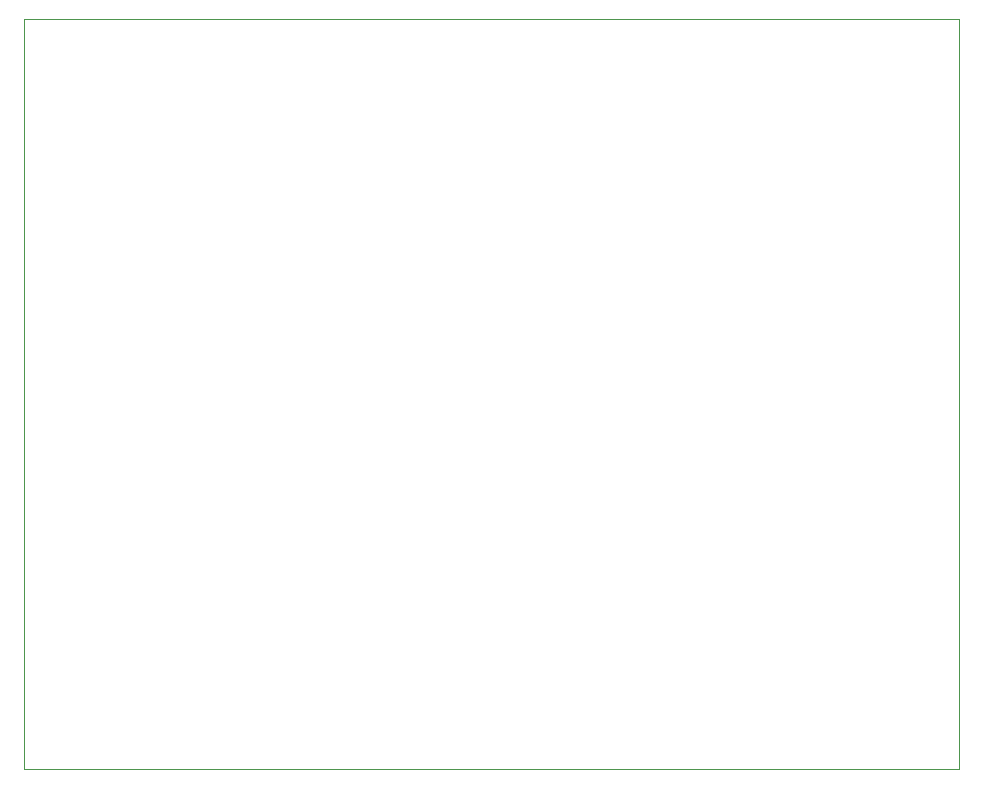
<source format=gm1>
%TF.GenerationSoftware,KiCad,Pcbnew,9.0.5*%
%TF.CreationDate,2025-11-06T15:20:43-08:00*%
%TF.ProjectId,ME507-EMBER,4d453530-372d-4454-9d42-45522e6b6963,rev?*%
%TF.SameCoordinates,Original*%
%TF.FileFunction,Profile,NP*%
%FSLAX46Y46*%
G04 Gerber Fmt 4.6, Leading zero omitted, Abs format (unit mm)*
G04 Created by KiCad (PCBNEW 9.0.5) date 2025-11-06 15:20:43*
%MOMM*%
%LPD*%
G01*
G04 APERTURE LIST*
%TA.AperFunction,Profile*%
%ADD10C,0.050000*%
%TD*%
G04 APERTURE END LIST*
D10*
X37140000Y-27500000D02*
X116340000Y-27500000D01*
X116340000Y-91000000D01*
X37140000Y-91000000D01*
X37140000Y-27500000D01*
M02*

</source>
